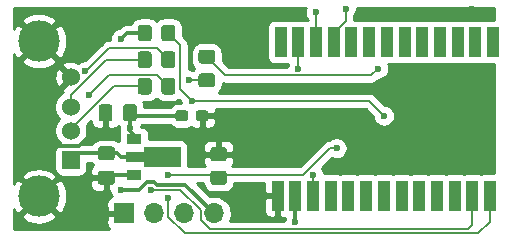
<source format=gbl>
G04 #@! TF.GenerationSoftware,KiCad,Pcbnew,(5.1.10)-1*
G04 #@! TF.CreationDate,2022-05-27T15:53:32+02:00*
G04 #@! TF.ProjectId,USB_RemoteControl_schematic,5553425f-5265-46d6-9f74-65436f6e7472,1*
G04 #@! TF.SameCoordinates,Original*
G04 #@! TF.FileFunction,Copper,L2,Bot*
G04 #@! TF.FilePolarity,Positive*
%FSLAX46Y46*%
G04 Gerber Fmt 4.6, Leading zero omitted, Abs format (unit mm)*
G04 Created by KiCad (PCBNEW (5.1.10)-1) date 2022-05-27 15:53:32*
%MOMM*%
%LPD*%
G01*
G04 APERTURE LIST*
G04 #@! TA.AperFunction,SMDPad,CuDef*
%ADD10R,1.000000X2.524000*%
G04 #@! TD*
G04 #@! TA.AperFunction,ComponentPad*
%ADD11C,3.500000*%
G04 #@! TD*
G04 #@! TA.AperFunction,ComponentPad*
%ADD12C,1.524000*%
G04 #@! TD*
G04 #@! TA.AperFunction,ComponentPad*
%ADD13R,1.524000X1.524000*%
G04 #@! TD*
G04 #@! TA.AperFunction,SMDPad,CuDef*
%ADD14C,0.152400*%
G04 #@! TD*
G04 #@! TA.AperFunction,SMDPad,CuDef*
%ADD15R,1.300000X0.900000*%
G04 #@! TD*
G04 #@! TA.AperFunction,ComponentPad*
%ADD16O,1.700000X1.700000*%
G04 #@! TD*
G04 #@! TA.AperFunction,ComponentPad*
%ADD17R,1.700000X1.700000*%
G04 #@! TD*
G04 #@! TA.AperFunction,ViaPad*
%ADD18C,0.600000*%
G04 #@! TD*
G04 #@! TA.AperFunction,Conductor*
%ADD19C,0.300000*%
G04 #@! TD*
G04 #@! TA.AperFunction,Conductor*
%ADD20C,0.150000*%
G04 #@! TD*
G04 #@! TA.AperFunction,Conductor*
%ADD21C,0.254000*%
G04 #@! TD*
G04 #@! TA.AperFunction,Conductor*
%ADD22C,0.152400*%
G04 #@! TD*
G04 APERTURE END LIST*
D10*
X142000000Y-131500000D03*
X140500000Y-131500000D03*
X139000000Y-131500000D03*
X136000000Y-131500000D03*
X137500000Y-131500000D03*
X134500000Y-131500000D03*
X131500000Y-131500000D03*
X127000000Y-131500000D03*
X125500000Y-131500000D03*
X133000000Y-131500000D03*
X128500000Y-131500000D03*
X130000000Y-131500000D03*
X124000000Y-131500000D03*
X130250000Y-118500000D03*
X128750000Y-118500000D03*
X133250000Y-118500000D03*
X125750000Y-118500000D03*
X127250000Y-118500000D03*
X131750000Y-118500000D03*
X134750000Y-118500000D03*
X137750000Y-118500000D03*
X136250000Y-118500000D03*
X140750000Y-118500000D03*
X139250000Y-118500000D03*
X142250000Y-118500000D03*
X124250000Y-118500000D03*
D11*
X103790000Y-118430000D03*
D12*
X106500000Y-124000000D03*
D13*
X106500000Y-128500000D03*
D11*
X103790000Y-131570000D03*
D12*
X106500000Y-126000000D03*
X106500000Y-121500000D03*
G04 #@! TA.AperFunction,SMDPad,CuDef*
D14*
G36*
X115800000Y-129116500D02*
G01*
X112675000Y-129116500D01*
X112675000Y-128700000D01*
X111200000Y-128700000D01*
X111200000Y-127800000D01*
X112675000Y-127800000D01*
X112675000Y-127383500D01*
X115800000Y-127383500D01*
X115800000Y-129116500D01*
G37*
G04 #@! TD.AperFunction*
D15*
X111850000Y-126750000D03*
X111850000Y-129750000D03*
G04 #@! TA.AperFunction,SMDPad,CuDef*
G36*
G01*
X117075000Y-124987500D02*
X117075000Y-124512500D01*
G75*
G02*
X117312500Y-124275000I237500J0D01*
G01*
X117912500Y-124275000D01*
G75*
G02*
X118150000Y-124512500I0J-237500D01*
G01*
X118150000Y-124987500D01*
G75*
G02*
X117912500Y-125225000I-237500J0D01*
G01*
X117312500Y-125225000D01*
G75*
G02*
X117075000Y-124987500I0J237500D01*
G01*
G37*
G04 #@! TD.AperFunction*
G04 #@! TA.AperFunction,SMDPad,CuDef*
G36*
G01*
X115350000Y-124987500D02*
X115350000Y-124512500D01*
G75*
G02*
X115587500Y-124275000I237500J0D01*
G01*
X116187500Y-124275000D01*
G75*
G02*
X116425000Y-124512500I0J-237500D01*
G01*
X116425000Y-124987500D01*
G75*
G02*
X116187500Y-125225000I-237500J0D01*
G01*
X115587500Y-125225000D01*
G75*
G02*
X115350000Y-124987500I0J237500D01*
G01*
G37*
G04 #@! TD.AperFunction*
G04 #@! TA.AperFunction,SMDPad,CuDef*
G36*
G01*
X114150000Y-118200001D02*
X114150000Y-117299999D01*
G75*
G02*
X114399999Y-117050000I249999J0D01*
G01*
X115100001Y-117050000D01*
G75*
G02*
X115350000Y-117299999I0J-249999D01*
G01*
X115350000Y-118200001D01*
G75*
G02*
X115100001Y-118450000I-249999J0D01*
G01*
X114399999Y-118450000D01*
G75*
G02*
X114150000Y-118200001I0J249999D01*
G01*
G37*
G04 #@! TD.AperFunction*
G04 #@! TA.AperFunction,SMDPad,CuDef*
G36*
G01*
X112150000Y-118200001D02*
X112150000Y-117299999D01*
G75*
G02*
X112399999Y-117050000I249999J0D01*
G01*
X113100001Y-117050000D01*
G75*
G02*
X113350000Y-117299999I0J-249999D01*
G01*
X113350000Y-118200001D01*
G75*
G02*
X113100001Y-118450000I-249999J0D01*
G01*
X112399999Y-118450000D01*
G75*
G02*
X112150000Y-118200001I0J249999D01*
G01*
G37*
G04 #@! TD.AperFunction*
G04 #@! TA.AperFunction,SMDPad,CuDef*
G36*
G01*
X118450001Y-120350000D02*
X117549999Y-120350000D01*
G75*
G02*
X117300000Y-120100001I0J249999D01*
G01*
X117300000Y-119399999D01*
G75*
G02*
X117549999Y-119150000I249999J0D01*
G01*
X118450001Y-119150000D01*
G75*
G02*
X118700000Y-119399999I0J-249999D01*
G01*
X118700000Y-120100001D01*
G75*
G02*
X118450001Y-120350000I-249999J0D01*
G01*
G37*
G04 #@! TD.AperFunction*
G04 #@! TA.AperFunction,SMDPad,CuDef*
G36*
G01*
X118450001Y-122350000D02*
X117549999Y-122350000D01*
G75*
G02*
X117300000Y-122100001I0J249999D01*
G01*
X117300000Y-121399999D01*
G75*
G02*
X117549999Y-121150000I249999J0D01*
G01*
X118450001Y-121150000D01*
G75*
G02*
X118700000Y-121399999I0J-249999D01*
G01*
X118700000Y-122100001D01*
G75*
G02*
X118450001Y-122350000I-249999J0D01*
G01*
G37*
G04 #@! TD.AperFunction*
G04 #@! TA.AperFunction,SMDPad,CuDef*
G36*
G01*
X119450001Y-128600000D02*
X118549999Y-128600000D01*
G75*
G02*
X118300000Y-128350001I0J249999D01*
G01*
X118300000Y-127649999D01*
G75*
G02*
X118549999Y-127400000I249999J0D01*
G01*
X119450001Y-127400000D01*
G75*
G02*
X119700000Y-127649999I0J-249999D01*
G01*
X119700000Y-128350001D01*
G75*
G02*
X119450001Y-128600000I-249999J0D01*
G01*
G37*
G04 #@! TD.AperFunction*
G04 #@! TA.AperFunction,SMDPad,CuDef*
G36*
G01*
X119450001Y-130600000D02*
X118549999Y-130600000D01*
G75*
G02*
X118300000Y-130350001I0J249999D01*
G01*
X118300000Y-129649999D01*
G75*
G02*
X118549999Y-129400000I249999J0D01*
G01*
X119450001Y-129400000D01*
G75*
G02*
X119700000Y-129649999I0J-249999D01*
G01*
X119700000Y-130350001D01*
G75*
G02*
X119450001Y-130600000I-249999J0D01*
G01*
G37*
G04 #@! TD.AperFunction*
G04 #@! TA.AperFunction,SMDPad,CuDef*
G36*
G01*
X113350000Y-121800000D02*
X113350000Y-122700002D01*
G75*
G02*
X113100001Y-122950001I-249999J0D01*
G01*
X112399999Y-122950001D01*
G75*
G02*
X112150000Y-122700002I0J249999D01*
G01*
X112150000Y-121800000D01*
G75*
G02*
X112399999Y-121550001I249999J0D01*
G01*
X113100001Y-121550001D01*
G75*
G02*
X113350000Y-121800000I0J-249999D01*
G01*
G37*
G04 #@! TD.AperFunction*
G04 #@! TA.AperFunction,SMDPad,CuDef*
G36*
G01*
X115350000Y-121800000D02*
X115350000Y-122700002D01*
G75*
G02*
X115100001Y-122950001I-249999J0D01*
G01*
X114399999Y-122950001D01*
G75*
G02*
X114150000Y-122700002I0J249999D01*
G01*
X114150000Y-121800000D01*
G75*
G02*
X114399999Y-121550001I249999J0D01*
G01*
X115100001Y-121550001D01*
G75*
G02*
X115350000Y-121800000I0J-249999D01*
G01*
G37*
G04 #@! TD.AperFunction*
G04 #@! TA.AperFunction,SMDPad,CuDef*
G36*
G01*
X113350000Y-119549999D02*
X113350000Y-120450001D01*
G75*
G02*
X113100001Y-120700000I-249999J0D01*
G01*
X112399999Y-120700000D01*
G75*
G02*
X112150000Y-120450001I0J249999D01*
G01*
X112150000Y-119549999D01*
G75*
G02*
X112399999Y-119300000I249999J0D01*
G01*
X113100001Y-119300000D01*
G75*
G02*
X113350000Y-119549999I0J-249999D01*
G01*
G37*
G04 #@! TD.AperFunction*
G04 #@! TA.AperFunction,SMDPad,CuDef*
G36*
G01*
X115350000Y-119549999D02*
X115350000Y-120450001D01*
G75*
G02*
X115100001Y-120700000I-249999J0D01*
G01*
X114399999Y-120700000D01*
G75*
G02*
X114150000Y-120450001I0J249999D01*
G01*
X114150000Y-119549999D01*
G75*
G02*
X114399999Y-119300000I249999J0D01*
G01*
X115100001Y-119300000D01*
G75*
G02*
X115350000Y-119549999I0J-249999D01*
G01*
G37*
G04 #@! TD.AperFunction*
D16*
X118620000Y-133000000D03*
X116080000Y-133000000D03*
X113540000Y-133000000D03*
D17*
X111000000Y-133000000D03*
G04 #@! TA.AperFunction,SMDPad,CuDef*
G36*
G01*
X110012500Y-124025000D02*
X110012500Y-124975000D01*
G75*
G02*
X109762500Y-125225000I-250000J0D01*
G01*
X109087500Y-125225000D01*
G75*
G02*
X108837500Y-124975000I0J250000D01*
G01*
X108837500Y-124025000D01*
G75*
G02*
X109087500Y-123775000I250000J0D01*
G01*
X109762500Y-123775000D01*
G75*
G02*
X110012500Y-124025000I0J-250000D01*
G01*
G37*
G04 #@! TD.AperFunction*
G04 #@! TA.AperFunction,SMDPad,CuDef*
G36*
G01*
X112087500Y-124025000D02*
X112087500Y-124975000D01*
G75*
G02*
X111837500Y-125225000I-250000J0D01*
G01*
X111162500Y-125225000D01*
G75*
G02*
X110912500Y-124975000I0J250000D01*
G01*
X110912500Y-124025000D01*
G75*
G02*
X111162500Y-123775000I250000J0D01*
G01*
X111837500Y-123775000D01*
G75*
G02*
X112087500Y-124025000I0J-250000D01*
G01*
G37*
G04 #@! TD.AperFunction*
G04 #@! TA.AperFunction,SMDPad,CuDef*
G36*
G01*
X109025000Y-129412500D02*
X109975000Y-129412500D01*
G75*
G02*
X110225000Y-129662500I0J-250000D01*
G01*
X110225000Y-130337500D01*
G75*
G02*
X109975000Y-130587500I-250000J0D01*
G01*
X109025000Y-130587500D01*
G75*
G02*
X108775000Y-130337500I0J250000D01*
G01*
X108775000Y-129662500D01*
G75*
G02*
X109025000Y-129412500I250000J0D01*
G01*
G37*
G04 #@! TD.AperFunction*
G04 #@! TA.AperFunction,SMDPad,CuDef*
G36*
G01*
X109025000Y-127337500D02*
X109975000Y-127337500D01*
G75*
G02*
X110225000Y-127587500I0J-250000D01*
G01*
X110225000Y-128262500D01*
G75*
G02*
X109975000Y-128512500I-250000J0D01*
G01*
X109025000Y-128512500D01*
G75*
G02*
X108775000Y-128262500I0J250000D01*
G01*
X108775000Y-127587500D01*
G75*
G02*
X109025000Y-127337500I250000J0D01*
G01*
G37*
G04 #@! TD.AperFunction*
D18*
X113750000Y-126000000D03*
X140500000Y-115750000D03*
X120750000Y-119500000D03*
X113750000Y-123750000D03*
X105000000Y-127000000D03*
X120750000Y-116250000D03*
X116750000Y-117000000D03*
X121750000Y-122250000D03*
X102750000Y-123000000D03*
X107250000Y-133750000D03*
X121500000Y-132250000D03*
X121250000Y-128500000D03*
X140500000Y-121500000D03*
X138750000Y-125750000D03*
X116000000Y-126250000D03*
X108250000Y-126250000D03*
X138000000Y-121000000D03*
X134000000Y-121000000D03*
X110750000Y-118250000D03*
X111500000Y-125750000D03*
X125500000Y-133750000D03*
X110750000Y-131000000D03*
X116500000Y-121750000D03*
X107718413Y-120968413D03*
X108000000Y-123000000D03*
X114750000Y-129750000D03*
X129000000Y-127500000D03*
X116750000Y-123500000D03*
X133000000Y-124750000D03*
X127250000Y-116000000D03*
X129750000Y-115675000D03*
X125750000Y-120750000D03*
X127000000Y-129750000D03*
X114750000Y-131750000D03*
X113250000Y-131000000D03*
X132500000Y-120750000D03*
D19*
X105299999Y-127299999D02*
X105000000Y-127000000D01*
X107200001Y-127299999D02*
X105299999Y-127299999D01*
X108250000Y-126250000D02*
X107200001Y-127299999D01*
X109750000Y-129750000D02*
X109500000Y-130000000D01*
X111850000Y-129750000D02*
X109750000Y-129750000D01*
X107075000Y-127925000D02*
X106500000Y-128500000D01*
X109500000Y-127925000D02*
X107075000Y-127925000D01*
X109500000Y-127925000D02*
X110425000Y-127925000D01*
X110750000Y-128250000D02*
X111937500Y-128250000D01*
X110425000Y-127925000D02*
X110750000Y-128250000D01*
X111850000Y-126750000D02*
X111850000Y-126350000D01*
X111850000Y-126350000D02*
X111500000Y-126000000D01*
X111750000Y-124750000D02*
X111500000Y-124500000D01*
X115887500Y-124750000D02*
X111750000Y-124750000D01*
X111500000Y-126000000D02*
X111500000Y-125750000D01*
X111500000Y-125750000D02*
X111500000Y-124500000D01*
X125500000Y-131500000D02*
X125500000Y-133750000D01*
X111250000Y-117750000D02*
X110750000Y-118250000D01*
X112750000Y-117750000D02*
X111250000Y-117750000D01*
X112287998Y-131000000D02*
X110750000Y-131000000D01*
X112937999Y-130349999D02*
X112287998Y-131000000D01*
X113562001Y-130349999D02*
X112937999Y-130349999D01*
X113786992Y-130574990D02*
X113562001Y-130349999D01*
X116194990Y-130574990D02*
X113786992Y-130574990D01*
X118620000Y-133000000D02*
X116194990Y-130574990D01*
D20*
X118000000Y-121750000D02*
X116500000Y-121750000D01*
X106500000Y-123000000D02*
X106500000Y-124000000D01*
X109500000Y-120000000D02*
X106500000Y-123000000D01*
X112750000Y-120000000D02*
X109500000Y-120000000D01*
X106500000Y-125870020D02*
X106500000Y-126000000D01*
X112750000Y-122250001D02*
X112750000Y-122250000D01*
X110120019Y-122250001D02*
X106500000Y-125870020D01*
X112750000Y-122250001D02*
X110120019Y-122250001D01*
X113774990Y-119024990D02*
X109725010Y-119024990D01*
X114750000Y-120000000D02*
X113774990Y-119024990D01*
X109725010Y-119024990D02*
X107750000Y-121000000D01*
X107750000Y-121000000D02*
X107718413Y-120968413D01*
X109725009Y-121274991D02*
X108000000Y-123000000D01*
X113774990Y-121274991D02*
X109725009Y-121274991D01*
X114750000Y-122250001D02*
X113774990Y-121274991D01*
X128398998Y-127500000D02*
X129000000Y-127500000D01*
X126148998Y-129750000D02*
X128398998Y-127500000D01*
X118750000Y-129750000D02*
X119000000Y-130000000D01*
X114750000Y-129750000D02*
X118750000Y-129750000D01*
X119250000Y-129750000D02*
X126148998Y-129750000D01*
X119000000Y-130000000D02*
X119250000Y-129750000D01*
X131750000Y-123500000D02*
X133000000Y-124750000D01*
X116750000Y-123500000D02*
X131750000Y-123500000D01*
X115750000Y-118750000D02*
X114750000Y-117750000D01*
X115750000Y-122500000D02*
X115750000Y-118750000D01*
X116750000Y-123500000D02*
X115750000Y-122500000D01*
X127250000Y-118500000D02*
X127250000Y-117088000D01*
X127250000Y-116000000D02*
X127250000Y-118500000D01*
X129750000Y-116742998D02*
X128750000Y-117742998D01*
X128750000Y-117742998D02*
X128750000Y-118500000D01*
X129750000Y-115675000D02*
X129750000Y-116742998D01*
X125750000Y-120750000D02*
X125750000Y-118500000D01*
X127000000Y-131500000D02*
X127000000Y-129750000D01*
X142000000Y-131500000D02*
X142000000Y-133705940D01*
X142000000Y-133705940D02*
X141000000Y-134705940D01*
X141000000Y-134705940D02*
X118955940Y-134705940D01*
X114750000Y-133335002D02*
X114750000Y-131750000D01*
X116120938Y-134705940D02*
X114750000Y-133335002D01*
X118955940Y-134705940D02*
X116120938Y-134705940D01*
X117494999Y-133540001D02*
X118310928Y-134355930D01*
X117494999Y-132749997D02*
X117494999Y-133540001D01*
X115745002Y-131000000D02*
X117494999Y-132749997D01*
X118310928Y-134355930D02*
X140144070Y-134355930D01*
X140500000Y-134000000D02*
X140500000Y-131500000D01*
X140144070Y-134355930D02*
X140500000Y-134000000D01*
X113250000Y-131000000D02*
X115745002Y-131000000D01*
X131924999Y-121325001D02*
X132500000Y-120750000D01*
X119575001Y-121325001D02*
X131924999Y-121325001D01*
X118000000Y-119750000D02*
X119575001Y-121325001D01*
D21*
X126350932Y-115727271D02*
X126315000Y-115907911D01*
X126315000Y-116092089D01*
X126350932Y-116272729D01*
X126421414Y-116442889D01*
X126523738Y-116596028D01*
X126540000Y-116612290D01*
X126540000Y-116638130D01*
X126505820Y-116648498D01*
X126500000Y-116651609D01*
X126494180Y-116648498D01*
X126374482Y-116612188D01*
X126250000Y-116599928D01*
X125250000Y-116599928D01*
X125125518Y-116612188D01*
X125005820Y-116648498D01*
X125000000Y-116651609D01*
X124994180Y-116648498D01*
X124874482Y-116612188D01*
X124750000Y-116599928D01*
X123750000Y-116599928D01*
X123625518Y-116612188D01*
X123505820Y-116648498D01*
X123395506Y-116707463D01*
X123298815Y-116786815D01*
X123219463Y-116883506D01*
X123160498Y-116993820D01*
X123124188Y-117113518D01*
X123111928Y-117238000D01*
X123111928Y-119762000D01*
X123124188Y-119886482D01*
X123160498Y-120006180D01*
X123219463Y-120116494D01*
X123298815Y-120213185D01*
X123395506Y-120292537D01*
X123505820Y-120351502D01*
X123625518Y-120387812D01*
X123750000Y-120400072D01*
X124750000Y-120400072D01*
X124874482Y-120387812D01*
X124889928Y-120383127D01*
X124850932Y-120477271D01*
X124823535Y-120615001D01*
X119869092Y-120615001D01*
X119338072Y-120083981D01*
X119338072Y-119399999D01*
X119321008Y-119226745D01*
X119270472Y-119060149D01*
X119188405Y-118906613D01*
X119077962Y-118772038D01*
X118943387Y-118661595D01*
X118789851Y-118579528D01*
X118623255Y-118528992D01*
X118450001Y-118511928D01*
X117549999Y-118511928D01*
X117376745Y-118528992D01*
X117210149Y-118579528D01*
X117056613Y-118661595D01*
X116922038Y-118772038D01*
X116811595Y-118906613D01*
X116729528Y-119060149D01*
X116678992Y-119226745D01*
X116661928Y-119399999D01*
X116661928Y-120100001D01*
X116678992Y-120273255D01*
X116729528Y-120439851D01*
X116811595Y-120593387D01*
X116922038Y-120727962D01*
X116948891Y-120750000D01*
X116922038Y-120772038D01*
X116835838Y-120877073D01*
X116772729Y-120850932D01*
X116592089Y-120815000D01*
X116460000Y-120815000D01*
X116460000Y-118784877D01*
X116463435Y-118750000D01*
X116449727Y-118610815D01*
X116409128Y-118476980D01*
X116384974Y-118431791D01*
X116343200Y-118353637D01*
X116254475Y-118245525D01*
X116227379Y-118223288D01*
X115988072Y-117983981D01*
X115988072Y-117299999D01*
X115971008Y-117126745D01*
X115920472Y-116960149D01*
X115838405Y-116806613D01*
X115727962Y-116672038D01*
X115593387Y-116561595D01*
X115439851Y-116479528D01*
X115273255Y-116428992D01*
X115100001Y-116411928D01*
X114399999Y-116411928D01*
X114226745Y-116428992D01*
X114060149Y-116479528D01*
X113906613Y-116561595D01*
X113772038Y-116672038D01*
X113750000Y-116698891D01*
X113727962Y-116672038D01*
X113593387Y-116561595D01*
X113439851Y-116479528D01*
X113273255Y-116428992D01*
X113100001Y-116411928D01*
X112399999Y-116411928D01*
X112226745Y-116428992D01*
X112060149Y-116479528D01*
X111906613Y-116561595D01*
X111772038Y-116672038D01*
X111661595Y-116806613D01*
X111579528Y-116960149D01*
X111578056Y-116965000D01*
X111288556Y-116965000D01*
X111250000Y-116961203D01*
X111211444Y-116965000D01*
X111211439Y-116965000D01*
X111171026Y-116968980D01*
X111096113Y-116976358D01*
X110965374Y-117016018D01*
X110948140Y-117021246D01*
X110811767Y-117094138D01*
X110692236Y-117192236D01*
X110667649Y-117222195D01*
X110554218Y-117335626D01*
X110477271Y-117350932D01*
X110307111Y-117421414D01*
X110153972Y-117523738D01*
X110023738Y-117653972D01*
X109921414Y-117807111D01*
X109850932Y-117977271D01*
X109815000Y-118157911D01*
X109815000Y-118314990D01*
X109759885Y-118314990D01*
X109725010Y-118311555D01*
X109690135Y-118314990D01*
X109690133Y-118314990D01*
X109585826Y-118325263D01*
X109451990Y-118365862D01*
X109328647Y-118431790D01*
X109220535Y-118520515D01*
X109198302Y-118547606D01*
X107712496Y-120033413D01*
X107626324Y-120033413D01*
X107445684Y-120069345D01*
X107275524Y-120139827D01*
X107122385Y-120242151D01*
X107117779Y-120246757D01*
X106969952Y-120177244D01*
X106702865Y-120110977D01*
X106427983Y-120098090D01*
X106155867Y-120139078D01*
X105896977Y-120232364D01*
X105781020Y-120294344D01*
X105714040Y-120534435D01*
X106500000Y-121320395D01*
X106514143Y-121306253D01*
X106693748Y-121485858D01*
X106679605Y-121500000D01*
X106693748Y-121514143D01*
X106514143Y-121693748D01*
X106500000Y-121679605D01*
X105714040Y-122465565D01*
X105781020Y-122705656D01*
X105839062Y-122732949D01*
X105828211Y-122768718D01*
X105609465Y-122914880D01*
X105414880Y-123109465D01*
X105261995Y-123338273D01*
X105156686Y-123592510D01*
X105103000Y-123862408D01*
X105103000Y-124137592D01*
X105156686Y-124407490D01*
X105261995Y-124661727D01*
X105414880Y-124890535D01*
X105524345Y-125000000D01*
X105414880Y-125109465D01*
X105261995Y-125338273D01*
X105156686Y-125592510D01*
X105103000Y-125862408D01*
X105103000Y-126137592D01*
X105156686Y-126407490D01*
X105261995Y-126661727D01*
X105414880Y-126890535D01*
X105609465Y-127085120D01*
X105645292Y-127109059D01*
X105613518Y-127112188D01*
X105493820Y-127148498D01*
X105383506Y-127207463D01*
X105286815Y-127286815D01*
X105207463Y-127383506D01*
X105148498Y-127493820D01*
X105112188Y-127613518D01*
X105099928Y-127738000D01*
X105099928Y-129262000D01*
X105112188Y-129386482D01*
X105148498Y-129506180D01*
X105207463Y-129616494D01*
X105286815Y-129713185D01*
X105383506Y-129792537D01*
X105493820Y-129851502D01*
X105613518Y-129887812D01*
X105738000Y-129900072D01*
X107262000Y-129900072D01*
X107386482Y-129887812D01*
X107506180Y-129851502D01*
X107616494Y-129792537D01*
X107713185Y-129713185D01*
X107792537Y-129616494D01*
X107851502Y-129506180D01*
X107887812Y-129386482D01*
X107900072Y-129262000D01*
X107900072Y-128710000D01*
X108262068Y-128710000D01*
X108286595Y-128755886D01*
X108397038Y-128890462D01*
X108403594Y-128895842D01*
X108323815Y-128961315D01*
X108244463Y-129058006D01*
X108185498Y-129168320D01*
X108149188Y-129288018D01*
X108136928Y-129412500D01*
X108140000Y-129714250D01*
X108298750Y-129873000D01*
X109373000Y-129873000D01*
X109373000Y-129853000D01*
X109627000Y-129853000D01*
X109627000Y-129873000D01*
X109647000Y-129873000D01*
X109647000Y-130127000D01*
X109627000Y-130127000D01*
X109627000Y-131063750D01*
X109785750Y-131222500D01*
X109841018Y-131222887D01*
X109850932Y-131272729D01*
X109921414Y-131442889D01*
X109984126Y-131536744D01*
X109905820Y-131560498D01*
X109795506Y-131619463D01*
X109698815Y-131698815D01*
X109619463Y-131795506D01*
X109560498Y-131905820D01*
X109524188Y-132025518D01*
X109511928Y-132150000D01*
X109515000Y-132714250D01*
X109673750Y-132873000D01*
X110873000Y-132873000D01*
X110873000Y-132853000D01*
X111127000Y-132853000D01*
X111127000Y-132873000D01*
X111147000Y-132873000D01*
X111147000Y-133127000D01*
X111127000Y-133127000D01*
X111127000Y-133147000D01*
X110873000Y-133147000D01*
X110873000Y-133127000D01*
X109673750Y-133127000D01*
X109515000Y-133285750D01*
X109511928Y-133850000D01*
X109524188Y-133974482D01*
X109560498Y-134094180D01*
X109619463Y-134204494D01*
X109698815Y-134301185D01*
X109753361Y-134345950D01*
X101654050Y-134345950D01*
X101654050Y-133239609D01*
X102299997Y-133239609D01*
X102486073Y-133580766D01*
X102903409Y-133796513D01*
X103354815Y-133926696D01*
X103822946Y-133966313D01*
X104289811Y-133913842D01*
X104737468Y-133771297D01*
X105093927Y-133580766D01*
X105280003Y-133239609D01*
X103790000Y-131749605D01*
X102299997Y-133239609D01*
X101654050Y-133239609D01*
X101654050Y-132639724D01*
X101779234Y-132873927D01*
X102120391Y-133060003D01*
X103610395Y-131570000D01*
X103969605Y-131570000D01*
X105459609Y-133060003D01*
X105800766Y-132873927D01*
X106016513Y-132456591D01*
X106146696Y-132005185D01*
X106186313Y-131537054D01*
X106133842Y-131070189D01*
X105991297Y-130622532D01*
X105972573Y-130587500D01*
X108136928Y-130587500D01*
X108149188Y-130711982D01*
X108185498Y-130831680D01*
X108244463Y-130941994D01*
X108323815Y-131038685D01*
X108420506Y-131118037D01*
X108530820Y-131177002D01*
X108650518Y-131213312D01*
X108775000Y-131225572D01*
X109214250Y-131222500D01*
X109373000Y-131063750D01*
X109373000Y-130127000D01*
X108298750Y-130127000D01*
X108140000Y-130285750D01*
X108136928Y-130587500D01*
X105972573Y-130587500D01*
X105800766Y-130266073D01*
X105459609Y-130079997D01*
X103969605Y-131570000D01*
X103610395Y-131570000D01*
X102120391Y-130079997D01*
X101779234Y-130266073D01*
X101654050Y-130508226D01*
X101654050Y-129900391D01*
X102299997Y-129900391D01*
X103790000Y-131390395D01*
X105280003Y-129900391D01*
X105093927Y-129559234D01*
X104676591Y-129343487D01*
X104225185Y-129213304D01*
X103757054Y-129173687D01*
X103290189Y-129226158D01*
X102842532Y-129368703D01*
X102486073Y-129559234D01*
X102299997Y-129900391D01*
X101654050Y-129900391D01*
X101654050Y-121572017D01*
X105098090Y-121572017D01*
X105139078Y-121844133D01*
X105232364Y-122103023D01*
X105294344Y-122218980D01*
X105534435Y-122285960D01*
X106320395Y-121500000D01*
X105534435Y-120714040D01*
X105294344Y-120781020D01*
X105177244Y-121030048D01*
X105110977Y-121297135D01*
X105098090Y-121572017D01*
X101654050Y-121572017D01*
X101654050Y-120099609D01*
X102299997Y-120099609D01*
X102486073Y-120440766D01*
X102903409Y-120656513D01*
X103354815Y-120786696D01*
X103822946Y-120826313D01*
X104289811Y-120773842D01*
X104737468Y-120631297D01*
X105093927Y-120440766D01*
X105280003Y-120099609D01*
X103790000Y-118609605D01*
X102299997Y-120099609D01*
X101654050Y-120099609D01*
X101654050Y-119499724D01*
X101779234Y-119733927D01*
X102120391Y-119920003D01*
X103610395Y-118430000D01*
X103969605Y-118430000D01*
X105459609Y-119920003D01*
X105800766Y-119733927D01*
X106016513Y-119316591D01*
X106146696Y-118865185D01*
X106186313Y-118397054D01*
X106133842Y-117930189D01*
X105991297Y-117482532D01*
X105800766Y-117126073D01*
X105459609Y-116939997D01*
X103969605Y-118430000D01*
X103610395Y-118430000D01*
X102120391Y-116939997D01*
X101779234Y-117126073D01*
X101654050Y-117368226D01*
X101654050Y-116760391D01*
X102299997Y-116760391D01*
X103790000Y-118250395D01*
X105280003Y-116760391D01*
X105093927Y-116419234D01*
X104676591Y-116203487D01*
X104225185Y-116073304D01*
X103757054Y-116033687D01*
X103290189Y-116086158D01*
X102842532Y-116228703D01*
X102486073Y-116419234D01*
X102299997Y-116760391D01*
X101654050Y-116760391D01*
X101654050Y-115654050D01*
X126381261Y-115654050D01*
X126350932Y-115727271D01*
G04 #@! TA.AperFunction,Conductor*
D22*
G36*
X126350932Y-115727271D02*
G01*
X126315000Y-115907911D01*
X126315000Y-116092089D01*
X126350932Y-116272729D01*
X126421414Y-116442889D01*
X126523738Y-116596028D01*
X126540000Y-116612290D01*
X126540000Y-116638130D01*
X126505820Y-116648498D01*
X126500000Y-116651609D01*
X126494180Y-116648498D01*
X126374482Y-116612188D01*
X126250000Y-116599928D01*
X125250000Y-116599928D01*
X125125518Y-116612188D01*
X125005820Y-116648498D01*
X125000000Y-116651609D01*
X124994180Y-116648498D01*
X124874482Y-116612188D01*
X124750000Y-116599928D01*
X123750000Y-116599928D01*
X123625518Y-116612188D01*
X123505820Y-116648498D01*
X123395506Y-116707463D01*
X123298815Y-116786815D01*
X123219463Y-116883506D01*
X123160498Y-116993820D01*
X123124188Y-117113518D01*
X123111928Y-117238000D01*
X123111928Y-119762000D01*
X123124188Y-119886482D01*
X123160498Y-120006180D01*
X123219463Y-120116494D01*
X123298815Y-120213185D01*
X123395506Y-120292537D01*
X123505820Y-120351502D01*
X123625518Y-120387812D01*
X123750000Y-120400072D01*
X124750000Y-120400072D01*
X124874482Y-120387812D01*
X124889928Y-120383127D01*
X124850932Y-120477271D01*
X124823535Y-120615001D01*
X119869092Y-120615001D01*
X119338072Y-120083981D01*
X119338072Y-119399999D01*
X119321008Y-119226745D01*
X119270472Y-119060149D01*
X119188405Y-118906613D01*
X119077962Y-118772038D01*
X118943387Y-118661595D01*
X118789851Y-118579528D01*
X118623255Y-118528992D01*
X118450001Y-118511928D01*
X117549999Y-118511928D01*
X117376745Y-118528992D01*
X117210149Y-118579528D01*
X117056613Y-118661595D01*
X116922038Y-118772038D01*
X116811595Y-118906613D01*
X116729528Y-119060149D01*
X116678992Y-119226745D01*
X116661928Y-119399999D01*
X116661928Y-120100001D01*
X116678992Y-120273255D01*
X116729528Y-120439851D01*
X116811595Y-120593387D01*
X116922038Y-120727962D01*
X116948891Y-120750000D01*
X116922038Y-120772038D01*
X116835838Y-120877073D01*
X116772729Y-120850932D01*
X116592089Y-120815000D01*
X116460000Y-120815000D01*
X116460000Y-118784877D01*
X116463435Y-118750000D01*
X116449727Y-118610815D01*
X116409128Y-118476980D01*
X116384974Y-118431791D01*
X116343200Y-118353637D01*
X116254475Y-118245525D01*
X116227379Y-118223288D01*
X115988072Y-117983981D01*
X115988072Y-117299999D01*
X115971008Y-117126745D01*
X115920472Y-116960149D01*
X115838405Y-116806613D01*
X115727962Y-116672038D01*
X115593387Y-116561595D01*
X115439851Y-116479528D01*
X115273255Y-116428992D01*
X115100001Y-116411928D01*
X114399999Y-116411928D01*
X114226745Y-116428992D01*
X114060149Y-116479528D01*
X113906613Y-116561595D01*
X113772038Y-116672038D01*
X113750000Y-116698891D01*
X113727962Y-116672038D01*
X113593387Y-116561595D01*
X113439851Y-116479528D01*
X113273255Y-116428992D01*
X113100001Y-116411928D01*
X112399999Y-116411928D01*
X112226745Y-116428992D01*
X112060149Y-116479528D01*
X111906613Y-116561595D01*
X111772038Y-116672038D01*
X111661595Y-116806613D01*
X111579528Y-116960149D01*
X111578056Y-116965000D01*
X111288556Y-116965000D01*
X111250000Y-116961203D01*
X111211444Y-116965000D01*
X111211439Y-116965000D01*
X111171026Y-116968980D01*
X111096113Y-116976358D01*
X110965374Y-117016018D01*
X110948140Y-117021246D01*
X110811767Y-117094138D01*
X110692236Y-117192236D01*
X110667649Y-117222195D01*
X110554218Y-117335626D01*
X110477271Y-117350932D01*
X110307111Y-117421414D01*
X110153972Y-117523738D01*
X110023738Y-117653972D01*
X109921414Y-117807111D01*
X109850932Y-117977271D01*
X109815000Y-118157911D01*
X109815000Y-118314990D01*
X109759885Y-118314990D01*
X109725010Y-118311555D01*
X109690135Y-118314990D01*
X109690133Y-118314990D01*
X109585826Y-118325263D01*
X109451990Y-118365862D01*
X109328647Y-118431790D01*
X109220535Y-118520515D01*
X109198302Y-118547606D01*
X107712496Y-120033413D01*
X107626324Y-120033413D01*
X107445684Y-120069345D01*
X107275524Y-120139827D01*
X107122385Y-120242151D01*
X107117779Y-120246757D01*
X106969952Y-120177244D01*
X106702865Y-120110977D01*
X106427983Y-120098090D01*
X106155867Y-120139078D01*
X105896977Y-120232364D01*
X105781020Y-120294344D01*
X105714040Y-120534435D01*
X106500000Y-121320395D01*
X106514143Y-121306253D01*
X106693748Y-121485858D01*
X106679605Y-121500000D01*
X106693748Y-121514143D01*
X106514143Y-121693748D01*
X106500000Y-121679605D01*
X105714040Y-122465565D01*
X105781020Y-122705656D01*
X105839062Y-122732949D01*
X105828211Y-122768718D01*
X105609465Y-122914880D01*
X105414880Y-123109465D01*
X105261995Y-123338273D01*
X105156686Y-123592510D01*
X105103000Y-123862408D01*
X105103000Y-124137592D01*
X105156686Y-124407490D01*
X105261995Y-124661727D01*
X105414880Y-124890535D01*
X105524345Y-125000000D01*
X105414880Y-125109465D01*
X105261995Y-125338273D01*
X105156686Y-125592510D01*
X105103000Y-125862408D01*
X105103000Y-126137592D01*
X105156686Y-126407490D01*
X105261995Y-126661727D01*
X105414880Y-126890535D01*
X105609465Y-127085120D01*
X105645292Y-127109059D01*
X105613518Y-127112188D01*
X105493820Y-127148498D01*
X105383506Y-127207463D01*
X105286815Y-127286815D01*
X105207463Y-127383506D01*
X105148498Y-127493820D01*
X105112188Y-127613518D01*
X105099928Y-127738000D01*
X105099928Y-129262000D01*
X105112188Y-129386482D01*
X105148498Y-129506180D01*
X105207463Y-129616494D01*
X105286815Y-129713185D01*
X105383506Y-129792537D01*
X105493820Y-129851502D01*
X105613518Y-129887812D01*
X105738000Y-129900072D01*
X107262000Y-129900072D01*
X107386482Y-129887812D01*
X107506180Y-129851502D01*
X107616494Y-129792537D01*
X107713185Y-129713185D01*
X107792537Y-129616494D01*
X107851502Y-129506180D01*
X107887812Y-129386482D01*
X107900072Y-129262000D01*
X107900072Y-128710000D01*
X108262068Y-128710000D01*
X108286595Y-128755886D01*
X108397038Y-128890462D01*
X108403594Y-128895842D01*
X108323815Y-128961315D01*
X108244463Y-129058006D01*
X108185498Y-129168320D01*
X108149188Y-129288018D01*
X108136928Y-129412500D01*
X108140000Y-129714250D01*
X108298750Y-129873000D01*
X109373000Y-129873000D01*
X109373000Y-129853000D01*
X109627000Y-129853000D01*
X109627000Y-129873000D01*
X109647000Y-129873000D01*
X109647000Y-130127000D01*
X109627000Y-130127000D01*
X109627000Y-131063750D01*
X109785750Y-131222500D01*
X109841018Y-131222887D01*
X109850932Y-131272729D01*
X109921414Y-131442889D01*
X109984126Y-131536744D01*
X109905820Y-131560498D01*
X109795506Y-131619463D01*
X109698815Y-131698815D01*
X109619463Y-131795506D01*
X109560498Y-131905820D01*
X109524188Y-132025518D01*
X109511928Y-132150000D01*
X109515000Y-132714250D01*
X109673750Y-132873000D01*
X110873000Y-132873000D01*
X110873000Y-132853000D01*
X111127000Y-132853000D01*
X111127000Y-132873000D01*
X111147000Y-132873000D01*
X111147000Y-133127000D01*
X111127000Y-133127000D01*
X111127000Y-133147000D01*
X110873000Y-133147000D01*
X110873000Y-133127000D01*
X109673750Y-133127000D01*
X109515000Y-133285750D01*
X109511928Y-133850000D01*
X109524188Y-133974482D01*
X109560498Y-134094180D01*
X109619463Y-134204494D01*
X109698815Y-134301185D01*
X109753361Y-134345950D01*
X101654050Y-134345950D01*
X101654050Y-133239609D01*
X102299997Y-133239609D01*
X102486073Y-133580766D01*
X102903409Y-133796513D01*
X103354815Y-133926696D01*
X103822946Y-133966313D01*
X104289811Y-133913842D01*
X104737468Y-133771297D01*
X105093927Y-133580766D01*
X105280003Y-133239609D01*
X103790000Y-131749605D01*
X102299997Y-133239609D01*
X101654050Y-133239609D01*
X101654050Y-132639724D01*
X101779234Y-132873927D01*
X102120391Y-133060003D01*
X103610395Y-131570000D01*
X103969605Y-131570000D01*
X105459609Y-133060003D01*
X105800766Y-132873927D01*
X106016513Y-132456591D01*
X106146696Y-132005185D01*
X106186313Y-131537054D01*
X106133842Y-131070189D01*
X105991297Y-130622532D01*
X105972573Y-130587500D01*
X108136928Y-130587500D01*
X108149188Y-130711982D01*
X108185498Y-130831680D01*
X108244463Y-130941994D01*
X108323815Y-131038685D01*
X108420506Y-131118037D01*
X108530820Y-131177002D01*
X108650518Y-131213312D01*
X108775000Y-131225572D01*
X109214250Y-131222500D01*
X109373000Y-131063750D01*
X109373000Y-130127000D01*
X108298750Y-130127000D01*
X108140000Y-130285750D01*
X108136928Y-130587500D01*
X105972573Y-130587500D01*
X105800766Y-130266073D01*
X105459609Y-130079997D01*
X103969605Y-131570000D01*
X103610395Y-131570000D01*
X102120391Y-130079997D01*
X101779234Y-130266073D01*
X101654050Y-130508226D01*
X101654050Y-129900391D01*
X102299997Y-129900391D01*
X103790000Y-131390395D01*
X105280003Y-129900391D01*
X105093927Y-129559234D01*
X104676591Y-129343487D01*
X104225185Y-129213304D01*
X103757054Y-129173687D01*
X103290189Y-129226158D01*
X102842532Y-129368703D01*
X102486073Y-129559234D01*
X102299997Y-129900391D01*
X101654050Y-129900391D01*
X101654050Y-121572017D01*
X105098090Y-121572017D01*
X105139078Y-121844133D01*
X105232364Y-122103023D01*
X105294344Y-122218980D01*
X105534435Y-122285960D01*
X106320395Y-121500000D01*
X105534435Y-120714040D01*
X105294344Y-120781020D01*
X105177244Y-121030048D01*
X105110977Y-121297135D01*
X105098090Y-121572017D01*
X101654050Y-121572017D01*
X101654050Y-120099609D01*
X102299997Y-120099609D01*
X102486073Y-120440766D01*
X102903409Y-120656513D01*
X103354815Y-120786696D01*
X103822946Y-120826313D01*
X104289811Y-120773842D01*
X104737468Y-120631297D01*
X105093927Y-120440766D01*
X105280003Y-120099609D01*
X103790000Y-118609605D01*
X102299997Y-120099609D01*
X101654050Y-120099609D01*
X101654050Y-119499724D01*
X101779234Y-119733927D01*
X102120391Y-119920003D01*
X103610395Y-118430000D01*
X103969605Y-118430000D01*
X105459609Y-119920003D01*
X105800766Y-119733927D01*
X106016513Y-119316591D01*
X106146696Y-118865185D01*
X106186313Y-118397054D01*
X106133842Y-117930189D01*
X105991297Y-117482532D01*
X105800766Y-117126073D01*
X105459609Y-116939997D01*
X103969605Y-118430000D01*
X103610395Y-118430000D01*
X102120391Y-116939997D01*
X101779234Y-117126073D01*
X101654050Y-117368226D01*
X101654050Y-116760391D01*
X102299997Y-116760391D01*
X103790000Y-118250395D01*
X105280003Y-116760391D01*
X105093927Y-116419234D01*
X104676591Y-116203487D01*
X104225185Y-116073304D01*
X103757054Y-116033687D01*
X103290189Y-116086158D01*
X102842532Y-116228703D01*
X102486073Y-116419234D01*
X102299997Y-116760391D01*
X101654050Y-116760391D01*
X101654050Y-115654050D01*
X126381261Y-115654050D01*
X126350932Y-115727271D01*
G37*
G04 #@! TD.AperFunction*
D21*
X117678992Y-130523255D02*
X117729528Y-130689851D01*
X117811595Y-130843387D01*
X117922038Y-130977962D01*
X118056613Y-131088405D01*
X118210149Y-131170472D01*
X118376745Y-131221008D01*
X118549999Y-131238072D01*
X119450001Y-131238072D01*
X119623255Y-131221008D01*
X119789851Y-131170472D01*
X119943387Y-131088405D01*
X120077962Y-130977962D01*
X120188405Y-130843387D01*
X120270472Y-130689851D01*
X120321008Y-130523255D01*
X120327238Y-130460000D01*
X122862627Y-130460000D01*
X122865000Y-131214250D01*
X123023750Y-131373000D01*
X123873000Y-131373000D01*
X123873000Y-131353000D01*
X124127000Y-131353000D01*
X124127000Y-131373000D01*
X124147000Y-131373000D01*
X124147000Y-131627000D01*
X124127000Y-131627000D01*
X124127000Y-133238250D01*
X124285750Y-133397000D01*
X124500000Y-133400072D01*
X124624482Y-133387812D01*
X124639928Y-133383127D01*
X124600932Y-133477271D01*
X124567383Y-133645930D01*
X119959799Y-133645930D01*
X120047932Y-133433158D01*
X120105000Y-133146260D01*
X120105000Y-132853740D01*
X120086752Y-132762000D01*
X122861928Y-132762000D01*
X122874188Y-132886482D01*
X122910498Y-133006180D01*
X122969463Y-133116494D01*
X123048815Y-133213185D01*
X123145506Y-133292537D01*
X123255820Y-133351502D01*
X123375518Y-133387812D01*
X123500000Y-133400072D01*
X123714250Y-133397000D01*
X123873000Y-133238250D01*
X123873000Y-131627000D01*
X123023750Y-131627000D01*
X122865000Y-131785750D01*
X122861928Y-132762000D01*
X120086752Y-132762000D01*
X120047932Y-132566842D01*
X119935990Y-132296589D01*
X119773475Y-132053368D01*
X119566632Y-131846525D01*
X119323411Y-131684010D01*
X119053158Y-131572068D01*
X118766260Y-131515000D01*
X118473740Y-131515000D01*
X118283082Y-131552925D01*
X117190157Y-130460000D01*
X117672762Y-130460000D01*
X117678992Y-130523255D01*
G04 #@! TA.AperFunction,Conductor*
D22*
G36*
X117678992Y-130523255D02*
G01*
X117729528Y-130689851D01*
X117811595Y-130843387D01*
X117922038Y-130977962D01*
X118056613Y-131088405D01*
X118210149Y-131170472D01*
X118376745Y-131221008D01*
X118549999Y-131238072D01*
X119450001Y-131238072D01*
X119623255Y-131221008D01*
X119789851Y-131170472D01*
X119943387Y-131088405D01*
X120077962Y-130977962D01*
X120188405Y-130843387D01*
X120270472Y-130689851D01*
X120321008Y-130523255D01*
X120327238Y-130460000D01*
X122862627Y-130460000D01*
X122865000Y-131214250D01*
X123023750Y-131373000D01*
X123873000Y-131373000D01*
X123873000Y-131353000D01*
X124127000Y-131353000D01*
X124127000Y-131373000D01*
X124147000Y-131373000D01*
X124147000Y-131627000D01*
X124127000Y-131627000D01*
X124127000Y-133238250D01*
X124285750Y-133397000D01*
X124500000Y-133400072D01*
X124624482Y-133387812D01*
X124639928Y-133383127D01*
X124600932Y-133477271D01*
X124567383Y-133645930D01*
X119959799Y-133645930D01*
X120047932Y-133433158D01*
X120105000Y-133146260D01*
X120105000Y-132853740D01*
X120086752Y-132762000D01*
X122861928Y-132762000D01*
X122874188Y-132886482D01*
X122910498Y-133006180D01*
X122969463Y-133116494D01*
X123048815Y-133213185D01*
X123145506Y-133292537D01*
X123255820Y-133351502D01*
X123375518Y-133387812D01*
X123500000Y-133400072D01*
X123714250Y-133397000D01*
X123873000Y-133238250D01*
X123873000Y-131627000D01*
X123023750Y-131627000D01*
X122865000Y-131785750D01*
X122861928Y-132762000D01*
X120086752Y-132762000D01*
X120047932Y-132566842D01*
X119935990Y-132296589D01*
X119773475Y-132053368D01*
X119566632Y-131846525D01*
X119323411Y-131684010D01*
X119053158Y-131572068D01*
X118766260Y-131515000D01*
X118473740Y-131515000D01*
X118283082Y-131552925D01*
X117190157Y-130460000D01*
X117672762Y-130460000D01*
X117678992Y-130523255D01*
G37*
G04 #@! TD.AperFunction*
D21*
X111977000Y-129623000D02*
X111997000Y-129623000D01*
X111997000Y-129877000D01*
X111977000Y-129877000D01*
X111977000Y-129897000D01*
X111723000Y-129897000D01*
X111723000Y-129877000D01*
X111703000Y-129877000D01*
X111703000Y-129623000D01*
X111723000Y-129623000D01*
X111723000Y-129603000D01*
X111977000Y-129603000D01*
X111977000Y-129623000D01*
G04 #@! TA.AperFunction,Conductor*
D22*
G36*
X111977000Y-129623000D02*
G01*
X111997000Y-129623000D01*
X111997000Y-129877000D01*
X111977000Y-129877000D01*
X111977000Y-129897000D01*
X111723000Y-129897000D01*
X111723000Y-129877000D01*
X111703000Y-129877000D01*
X111703000Y-129623000D01*
X111723000Y-129623000D01*
X111723000Y-129603000D01*
X111977000Y-129603000D01*
X111977000Y-129623000D01*
G37*
G04 #@! TD.AperFunction*
D21*
X141505820Y-120351502D02*
X141625518Y-120387812D01*
X141750000Y-120400072D01*
X142345951Y-120400072D01*
X142345950Y-129599928D01*
X141500000Y-129599928D01*
X141375518Y-129612188D01*
X141255820Y-129648498D01*
X141250000Y-129651609D01*
X141244180Y-129648498D01*
X141124482Y-129612188D01*
X141000000Y-129599928D01*
X140000000Y-129599928D01*
X139875518Y-129612188D01*
X139755820Y-129648498D01*
X139750000Y-129651609D01*
X139744180Y-129648498D01*
X139624482Y-129612188D01*
X139500000Y-129599928D01*
X138500000Y-129599928D01*
X138375518Y-129612188D01*
X138255820Y-129648498D01*
X138250000Y-129651609D01*
X138244180Y-129648498D01*
X138124482Y-129612188D01*
X138000000Y-129599928D01*
X137000000Y-129599928D01*
X136875518Y-129612188D01*
X136755820Y-129648498D01*
X136750000Y-129651609D01*
X136744180Y-129648498D01*
X136624482Y-129612188D01*
X136500000Y-129599928D01*
X135500000Y-129599928D01*
X135375518Y-129612188D01*
X135255820Y-129648498D01*
X135250000Y-129651609D01*
X135244180Y-129648498D01*
X135124482Y-129612188D01*
X135000000Y-129599928D01*
X134000000Y-129599928D01*
X133875518Y-129612188D01*
X133755820Y-129648498D01*
X133750000Y-129651609D01*
X133744180Y-129648498D01*
X133624482Y-129612188D01*
X133500000Y-129599928D01*
X132500000Y-129599928D01*
X132375518Y-129612188D01*
X132255820Y-129648498D01*
X132250000Y-129651609D01*
X132244180Y-129648498D01*
X132124482Y-129612188D01*
X132000000Y-129599928D01*
X131000000Y-129599928D01*
X130875518Y-129612188D01*
X130755820Y-129648498D01*
X130750000Y-129651609D01*
X130744180Y-129648498D01*
X130624482Y-129612188D01*
X130500000Y-129599928D01*
X129500000Y-129599928D01*
X129375518Y-129612188D01*
X129255820Y-129648498D01*
X129250000Y-129651609D01*
X129244180Y-129648498D01*
X129124482Y-129612188D01*
X129000000Y-129599928D01*
X128000000Y-129599928D01*
X127924937Y-129607321D01*
X127899068Y-129477271D01*
X127828586Y-129307111D01*
X127735416Y-129167673D01*
X128569409Y-128333680D01*
X128727271Y-128399068D01*
X128907911Y-128435000D01*
X129092089Y-128435000D01*
X129272729Y-128399068D01*
X129442889Y-128328586D01*
X129596028Y-128226262D01*
X129726262Y-128096028D01*
X129828586Y-127942889D01*
X129899068Y-127772729D01*
X129935000Y-127592089D01*
X129935000Y-127407911D01*
X129899068Y-127227271D01*
X129828586Y-127057111D01*
X129726262Y-126903972D01*
X129596028Y-126773738D01*
X129442889Y-126671414D01*
X129272729Y-126600932D01*
X129092089Y-126565000D01*
X128907911Y-126565000D01*
X128727271Y-126600932D01*
X128557111Y-126671414D01*
X128403972Y-126773738D01*
X128390287Y-126787423D01*
X128259813Y-126800273D01*
X128125978Y-126840872D01*
X128002635Y-126906800D01*
X127894523Y-126995525D01*
X127872286Y-127022621D01*
X125854907Y-129040000D01*
X120160364Y-129040000D01*
X120230537Y-128954494D01*
X120289502Y-128844180D01*
X120325812Y-128724482D01*
X120338072Y-128600000D01*
X120335000Y-128285750D01*
X120176250Y-128127000D01*
X119127000Y-128127000D01*
X119127000Y-128147000D01*
X118873000Y-128147000D01*
X118873000Y-128127000D01*
X117823750Y-128127000D01*
X117665000Y-128285750D01*
X117661928Y-128600000D01*
X117674188Y-128724482D01*
X117710498Y-128844180D01*
X117769463Y-128954494D01*
X117839636Y-129040000D01*
X116438072Y-129040000D01*
X116438072Y-127400000D01*
X117661928Y-127400000D01*
X117665000Y-127714250D01*
X117823750Y-127873000D01*
X118873000Y-127873000D01*
X118873000Y-126923750D01*
X119127000Y-126923750D01*
X119127000Y-127873000D01*
X120176250Y-127873000D01*
X120335000Y-127714250D01*
X120338072Y-127400000D01*
X120325812Y-127275518D01*
X120289502Y-127155820D01*
X120230537Y-127045506D01*
X120151185Y-126948815D01*
X120054494Y-126869463D01*
X119944180Y-126810498D01*
X119824482Y-126774188D01*
X119700000Y-126761928D01*
X119285750Y-126765000D01*
X119127000Y-126923750D01*
X118873000Y-126923750D01*
X118714250Y-126765000D01*
X118300000Y-126761928D01*
X118175518Y-126774188D01*
X118055820Y-126810498D01*
X117945506Y-126869463D01*
X117848815Y-126948815D01*
X117769463Y-127045506D01*
X117710498Y-127155820D01*
X117674188Y-127275518D01*
X117661928Y-127400000D01*
X116438072Y-127400000D01*
X116438072Y-127383500D01*
X116425812Y-127259018D01*
X116389502Y-127139320D01*
X116330537Y-127029006D01*
X116251185Y-126932315D01*
X116154494Y-126852963D01*
X116044180Y-126793998D01*
X115924482Y-126757688D01*
X115800000Y-126745428D01*
X113138072Y-126745428D01*
X113138072Y-126300000D01*
X113125812Y-126175518D01*
X113089502Y-126055820D01*
X113030537Y-125945506D01*
X112951185Y-125848815D01*
X112854494Y-125769463D01*
X112744180Y-125710498D01*
X112624482Y-125674188D01*
X112500000Y-125661928D01*
X112435000Y-125661928D01*
X112435000Y-125657911D01*
X112429879Y-125632164D01*
X112465462Y-125602962D01*
X112521237Y-125535000D01*
X114909597Y-125535000D01*
X114968377Y-125606623D01*
X115101058Y-125715512D01*
X115252433Y-125796423D01*
X115416684Y-125846248D01*
X115587500Y-125863072D01*
X116187500Y-125863072D01*
X116358316Y-125846248D01*
X116522567Y-125796423D01*
X116672606Y-125716226D01*
X116720506Y-125755537D01*
X116830820Y-125814502D01*
X116950518Y-125850812D01*
X117075000Y-125863072D01*
X117326750Y-125860000D01*
X117485500Y-125701250D01*
X117485500Y-124877000D01*
X117739500Y-124877000D01*
X117739500Y-125701250D01*
X117898250Y-125860000D01*
X118150000Y-125863072D01*
X118274482Y-125850812D01*
X118394180Y-125814502D01*
X118504494Y-125755537D01*
X118601185Y-125676185D01*
X118680537Y-125579494D01*
X118739502Y-125469180D01*
X118775812Y-125349482D01*
X118788072Y-125225000D01*
X118785000Y-125035750D01*
X118626250Y-124877000D01*
X117739500Y-124877000D01*
X117485500Y-124877000D01*
X117465500Y-124877000D01*
X117465500Y-124623000D01*
X117485500Y-124623000D01*
X117485500Y-124603000D01*
X117739500Y-124603000D01*
X117739500Y-124623000D01*
X118626250Y-124623000D01*
X118785000Y-124464250D01*
X118788072Y-124275000D01*
X118781670Y-124210000D01*
X131455909Y-124210000D01*
X132065000Y-124819092D01*
X132065000Y-124842089D01*
X132100932Y-125022729D01*
X132171414Y-125192889D01*
X132273738Y-125346028D01*
X132403972Y-125476262D01*
X132557111Y-125578586D01*
X132727271Y-125649068D01*
X132907911Y-125685000D01*
X133092089Y-125685000D01*
X133272729Y-125649068D01*
X133442889Y-125578586D01*
X133596028Y-125476262D01*
X133726262Y-125346028D01*
X133828586Y-125192889D01*
X133899068Y-125022729D01*
X133935000Y-124842089D01*
X133935000Y-124657911D01*
X133899068Y-124477271D01*
X133828586Y-124307111D01*
X133726262Y-124153972D01*
X133596028Y-124023738D01*
X133442889Y-123921414D01*
X133272729Y-123850932D01*
X133092089Y-123815000D01*
X133069092Y-123815000D01*
X132276712Y-123022621D01*
X132254475Y-122995525D01*
X132146363Y-122906800D01*
X132023020Y-122840872D01*
X131889184Y-122800273D01*
X131784877Y-122790000D01*
X131784875Y-122790000D01*
X131750000Y-122786565D01*
X131715125Y-122790000D01*
X119002369Y-122790000D01*
X119077962Y-122727962D01*
X119188405Y-122593387D01*
X119270472Y-122439851D01*
X119321008Y-122273255D01*
X119338072Y-122100001D01*
X119338072Y-121995077D01*
X119435817Y-122024728D01*
X119540124Y-122035001D01*
X119540126Y-122035001D01*
X119575001Y-122038436D01*
X119609876Y-122035001D01*
X131890124Y-122035001D01*
X131924999Y-122038436D01*
X131959874Y-122035001D01*
X131959876Y-122035001D01*
X132064183Y-122024728D01*
X132198019Y-121984129D01*
X132321362Y-121918201D01*
X132429474Y-121829476D01*
X132451711Y-121802380D01*
X132569091Y-121685000D01*
X132592089Y-121685000D01*
X132772729Y-121649068D01*
X132942889Y-121578586D01*
X133096028Y-121476262D01*
X133226262Y-121346028D01*
X133328586Y-121192889D01*
X133399068Y-121022729D01*
X133435000Y-120842089D01*
X133435000Y-120657911D01*
X133399068Y-120477271D01*
X133367091Y-120400072D01*
X133750000Y-120400072D01*
X133874482Y-120387812D01*
X133994180Y-120351502D01*
X134000000Y-120348391D01*
X134005820Y-120351502D01*
X134125518Y-120387812D01*
X134250000Y-120400072D01*
X135250000Y-120400072D01*
X135374482Y-120387812D01*
X135494180Y-120351502D01*
X135500000Y-120348391D01*
X135505820Y-120351502D01*
X135625518Y-120387812D01*
X135750000Y-120400072D01*
X136750000Y-120400072D01*
X136874482Y-120387812D01*
X136994180Y-120351502D01*
X137000000Y-120348391D01*
X137005820Y-120351502D01*
X137125518Y-120387812D01*
X137250000Y-120400072D01*
X138250000Y-120400072D01*
X138374482Y-120387812D01*
X138494180Y-120351502D01*
X138500000Y-120348391D01*
X138505820Y-120351502D01*
X138625518Y-120387812D01*
X138750000Y-120400072D01*
X139750000Y-120400072D01*
X139874482Y-120387812D01*
X139994180Y-120351502D01*
X140000000Y-120348391D01*
X140005820Y-120351502D01*
X140125518Y-120387812D01*
X140250000Y-120400072D01*
X141250000Y-120400072D01*
X141374482Y-120387812D01*
X141494180Y-120351502D01*
X141500000Y-120348391D01*
X141505820Y-120351502D01*
G04 #@! TA.AperFunction,Conductor*
D22*
G36*
X141505820Y-120351502D02*
G01*
X141625518Y-120387812D01*
X141750000Y-120400072D01*
X142345951Y-120400072D01*
X142345950Y-129599928D01*
X141500000Y-129599928D01*
X141375518Y-129612188D01*
X141255820Y-129648498D01*
X141250000Y-129651609D01*
X141244180Y-129648498D01*
X141124482Y-129612188D01*
X141000000Y-129599928D01*
X140000000Y-129599928D01*
X139875518Y-129612188D01*
X139755820Y-129648498D01*
X139750000Y-129651609D01*
X139744180Y-129648498D01*
X139624482Y-129612188D01*
X139500000Y-129599928D01*
X138500000Y-129599928D01*
X138375518Y-129612188D01*
X138255820Y-129648498D01*
X138250000Y-129651609D01*
X138244180Y-129648498D01*
X138124482Y-129612188D01*
X138000000Y-129599928D01*
X137000000Y-129599928D01*
X136875518Y-129612188D01*
X136755820Y-129648498D01*
X136750000Y-129651609D01*
X136744180Y-129648498D01*
X136624482Y-129612188D01*
X136500000Y-129599928D01*
X135500000Y-129599928D01*
X135375518Y-129612188D01*
X135255820Y-129648498D01*
X135250000Y-129651609D01*
X135244180Y-129648498D01*
X135124482Y-129612188D01*
X135000000Y-129599928D01*
X134000000Y-129599928D01*
X133875518Y-129612188D01*
X133755820Y-129648498D01*
X133750000Y-129651609D01*
X133744180Y-129648498D01*
X133624482Y-129612188D01*
X133500000Y-129599928D01*
X132500000Y-129599928D01*
X132375518Y-129612188D01*
X132255820Y-129648498D01*
X132250000Y-129651609D01*
X132244180Y-129648498D01*
X132124482Y-129612188D01*
X132000000Y-129599928D01*
X131000000Y-129599928D01*
X130875518Y-129612188D01*
X130755820Y-129648498D01*
X130750000Y-129651609D01*
X130744180Y-129648498D01*
X130624482Y-129612188D01*
X130500000Y-129599928D01*
X129500000Y-129599928D01*
X129375518Y-129612188D01*
X129255820Y-129648498D01*
X129250000Y-129651609D01*
X129244180Y-129648498D01*
X129124482Y-129612188D01*
X129000000Y-129599928D01*
X128000000Y-129599928D01*
X127924937Y-129607321D01*
X127899068Y-129477271D01*
X127828586Y-129307111D01*
X127735416Y-129167673D01*
X128569409Y-128333680D01*
X128727271Y-128399068D01*
X128907911Y-128435000D01*
X129092089Y-128435000D01*
X129272729Y-128399068D01*
X129442889Y-128328586D01*
X129596028Y-128226262D01*
X129726262Y-128096028D01*
X129828586Y-127942889D01*
X129899068Y-127772729D01*
X129935000Y-127592089D01*
X129935000Y-127407911D01*
X129899068Y-127227271D01*
X129828586Y-127057111D01*
X129726262Y-126903972D01*
X129596028Y-126773738D01*
X129442889Y-126671414D01*
X129272729Y-126600932D01*
X129092089Y-126565000D01*
X128907911Y-126565000D01*
X128727271Y-126600932D01*
X128557111Y-126671414D01*
X128403972Y-126773738D01*
X128390287Y-126787423D01*
X128259813Y-126800273D01*
X128125978Y-126840872D01*
X128002635Y-126906800D01*
X127894523Y-126995525D01*
X127872286Y-127022621D01*
X125854907Y-129040000D01*
X120160364Y-129040000D01*
X120230537Y-128954494D01*
X120289502Y-128844180D01*
X120325812Y-128724482D01*
X120338072Y-128600000D01*
X120335000Y-128285750D01*
X120176250Y-128127000D01*
X119127000Y-128127000D01*
X119127000Y-128147000D01*
X118873000Y-128147000D01*
X118873000Y-128127000D01*
X117823750Y-128127000D01*
X117665000Y-128285750D01*
X117661928Y-128600000D01*
X117674188Y-128724482D01*
X117710498Y-128844180D01*
X117769463Y-128954494D01*
X117839636Y-129040000D01*
X116438072Y-129040000D01*
X116438072Y-127400000D01*
X117661928Y-127400000D01*
X117665000Y-127714250D01*
X117823750Y-127873000D01*
X118873000Y-127873000D01*
X118873000Y-126923750D01*
X119127000Y-126923750D01*
X119127000Y-127873000D01*
X120176250Y-127873000D01*
X120335000Y-127714250D01*
X120338072Y-127400000D01*
X120325812Y-127275518D01*
X120289502Y-127155820D01*
X120230537Y-127045506D01*
X120151185Y-126948815D01*
X120054494Y-126869463D01*
X119944180Y-126810498D01*
X119824482Y-126774188D01*
X119700000Y-126761928D01*
X119285750Y-126765000D01*
X119127000Y-126923750D01*
X118873000Y-126923750D01*
X118714250Y-126765000D01*
X118300000Y-126761928D01*
X118175518Y-126774188D01*
X118055820Y-126810498D01*
X117945506Y-126869463D01*
X117848815Y-126948815D01*
X117769463Y-127045506D01*
X117710498Y-127155820D01*
X117674188Y-127275518D01*
X117661928Y-127400000D01*
X116438072Y-127400000D01*
X116438072Y-127383500D01*
X116425812Y-127259018D01*
X116389502Y-127139320D01*
X116330537Y-127029006D01*
X116251185Y-126932315D01*
X116154494Y-126852963D01*
X116044180Y-126793998D01*
X115924482Y-126757688D01*
X115800000Y-126745428D01*
X113138072Y-126745428D01*
X113138072Y-126300000D01*
X113125812Y-126175518D01*
X113089502Y-126055820D01*
X113030537Y-125945506D01*
X112951185Y-125848815D01*
X112854494Y-125769463D01*
X112744180Y-125710498D01*
X112624482Y-125674188D01*
X112500000Y-125661928D01*
X112435000Y-125661928D01*
X112435000Y-125657911D01*
X112429879Y-125632164D01*
X112465462Y-125602962D01*
X112521237Y-125535000D01*
X114909597Y-125535000D01*
X114968377Y-125606623D01*
X115101058Y-125715512D01*
X115252433Y-125796423D01*
X115416684Y-125846248D01*
X115587500Y-125863072D01*
X116187500Y-125863072D01*
X116358316Y-125846248D01*
X116522567Y-125796423D01*
X116672606Y-125716226D01*
X116720506Y-125755537D01*
X116830820Y-125814502D01*
X116950518Y-125850812D01*
X117075000Y-125863072D01*
X117326750Y-125860000D01*
X117485500Y-125701250D01*
X117485500Y-124877000D01*
X117739500Y-124877000D01*
X117739500Y-125701250D01*
X117898250Y-125860000D01*
X118150000Y-125863072D01*
X118274482Y-125850812D01*
X118394180Y-125814502D01*
X118504494Y-125755537D01*
X118601185Y-125676185D01*
X118680537Y-125579494D01*
X118739502Y-125469180D01*
X118775812Y-125349482D01*
X118788072Y-125225000D01*
X118785000Y-125035750D01*
X118626250Y-124877000D01*
X117739500Y-124877000D01*
X117485500Y-124877000D01*
X117465500Y-124877000D01*
X117465500Y-124623000D01*
X117485500Y-124623000D01*
X117485500Y-124603000D01*
X117739500Y-124603000D01*
X117739500Y-124623000D01*
X118626250Y-124623000D01*
X118785000Y-124464250D01*
X118788072Y-124275000D01*
X118781670Y-124210000D01*
X131455909Y-124210000D01*
X132065000Y-124819092D01*
X132065000Y-124842089D01*
X132100932Y-125022729D01*
X132171414Y-125192889D01*
X132273738Y-125346028D01*
X132403972Y-125476262D01*
X132557111Y-125578586D01*
X132727271Y-125649068D01*
X132907911Y-125685000D01*
X133092089Y-125685000D01*
X133272729Y-125649068D01*
X133442889Y-125578586D01*
X133596028Y-125476262D01*
X133726262Y-125346028D01*
X133828586Y-125192889D01*
X133899068Y-125022729D01*
X133935000Y-124842089D01*
X133935000Y-124657911D01*
X133899068Y-124477271D01*
X133828586Y-124307111D01*
X133726262Y-124153972D01*
X133596028Y-124023738D01*
X133442889Y-123921414D01*
X133272729Y-123850932D01*
X133092089Y-123815000D01*
X133069092Y-123815000D01*
X132276712Y-123022621D01*
X132254475Y-122995525D01*
X132146363Y-122906800D01*
X132023020Y-122840872D01*
X131889184Y-122800273D01*
X131784877Y-122790000D01*
X131784875Y-122790000D01*
X131750000Y-122786565D01*
X131715125Y-122790000D01*
X119002369Y-122790000D01*
X119077962Y-122727962D01*
X119188405Y-122593387D01*
X119270472Y-122439851D01*
X119321008Y-122273255D01*
X119338072Y-122100001D01*
X119338072Y-121995077D01*
X119435817Y-122024728D01*
X119540124Y-122035001D01*
X119540126Y-122035001D01*
X119575001Y-122038436D01*
X119609876Y-122035001D01*
X131890124Y-122035001D01*
X131924999Y-122038436D01*
X131959874Y-122035001D01*
X131959876Y-122035001D01*
X132064183Y-122024728D01*
X132198019Y-121984129D01*
X132321362Y-121918201D01*
X132429474Y-121829476D01*
X132451711Y-121802380D01*
X132569091Y-121685000D01*
X132592089Y-121685000D01*
X132772729Y-121649068D01*
X132942889Y-121578586D01*
X133096028Y-121476262D01*
X133226262Y-121346028D01*
X133328586Y-121192889D01*
X133399068Y-121022729D01*
X133435000Y-120842089D01*
X133435000Y-120657911D01*
X133399068Y-120477271D01*
X133367091Y-120400072D01*
X133750000Y-120400072D01*
X133874482Y-120387812D01*
X133994180Y-120351502D01*
X134000000Y-120348391D01*
X134005820Y-120351502D01*
X134125518Y-120387812D01*
X134250000Y-120400072D01*
X135250000Y-120400072D01*
X135374482Y-120387812D01*
X135494180Y-120351502D01*
X135500000Y-120348391D01*
X135505820Y-120351502D01*
X135625518Y-120387812D01*
X135750000Y-120400072D01*
X136750000Y-120400072D01*
X136874482Y-120387812D01*
X136994180Y-120351502D01*
X137000000Y-120348391D01*
X137005820Y-120351502D01*
X137125518Y-120387812D01*
X137250000Y-120400072D01*
X138250000Y-120400072D01*
X138374482Y-120387812D01*
X138494180Y-120351502D01*
X138500000Y-120348391D01*
X138505820Y-120351502D01*
X138625518Y-120387812D01*
X138750000Y-120400072D01*
X139750000Y-120400072D01*
X139874482Y-120387812D01*
X139994180Y-120351502D01*
X140000000Y-120348391D01*
X140005820Y-120351502D01*
X140125518Y-120387812D01*
X140250000Y-120400072D01*
X141250000Y-120400072D01*
X141374482Y-120387812D01*
X141494180Y-120351502D01*
X141500000Y-120348391D01*
X141505820Y-120351502D01*
G37*
G04 #@! TD.AperFunction*
D21*
X109552000Y-124373000D02*
X109572000Y-124373000D01*
X109572000Y-124627000D01*
X109552000Y-124627000D01*
X109552000Y-125701250D01*
X109710750Y-125860000D01*
X110012500Y-125863072D01*
X110136982Y-125850812D01*
X110256680Y-125814502D01*
X110366994Y-125755537D01*
X110463685Y-125676185D01*
X110529158Y-125596406D01*
X110534538Y-125602962D01*
X110570121Y-125632164D01*
X110565000Y-125657911D01*
X110565000Y-125842089D01*
X110600932Y-126022729D01*
X110612831Y-126051456D01*
X110610498Y-126055820D01*
X110574188Y-126175518D01*
X110561928Y-126300000D01*
X110561928Y-126925862D01*
X110468386Y-126849095D01*
X110314850Y-126767028D01*
X110148254Y-126716492D01*
X109975000Y-126699428D01*
X109025000Y-126699428D01*
X108851746Y-126716492D01*
X108685150Y-126767028D01*
X108531614Y-126849095D01*
X108397038Y-126959538D01*
X108286595Y-127094114D01*
X108262068Y-127140000D01*
X107478166Y-127140000D01*
X107386482Y-127112188D01*
X107354708Y-127109059D01*
X107390535Y-127085120D01*
X107585120Y-126890535D01*
X107738005Y-126661727D01*
X107843314Y-126407490D01*
X107897000Y-126137592D01*
X107897000Y-125862408D01*
X107843314Y-125592510D01*
X107825239Y-125548873D01*
X108199782Y-125174329D01*
X108199428Y-125225000D01*
X108211688Y-125349482D01*
X108247998Y-125469180D01*
X108306963Y-125579494D01*
X108386315Y-125676185D01*
X108483006Y-125755537D01*
X108593320Y-125814502D01*
X108713018Y-125850812D01*
X108837500Y-125863072D01*
X109139250Y-125860000D01*
X109298000Y-125701250D01*
X109298000Y-124627000D01*
X109278000Y-124627000D01*
X109278000Y-124373000D01*
X109298000Y-124373000D01*
X109298000Y-124353000D01*
X109552000Y-124353000D01*
X109552000Y-124373000D01*
G04 #@! TA.AperFunction,Conductor*
D22*
G36*
X109552000Y-124373000D02*
G01*
X109572000Y-124373000D01*
X109572000Y-124627000D01*
X109552000Y-124627000D01*
X109552000Y-125701250D01*
X109710750Y-125860000D01*
X110012500Y-125863072D01*
X110136982Y-125850812D01*
X110256680Y-125814502D01*
X110366994Y-125755537D01*
X110463685Y-125676185D01*
X110529158Y-125596406D01*
X110534538Y-125602962D01*
X110570121Y-125632164D01*
X110565000Y-125657911D01*
X110565000Y-125842089D01*
X110600932Y-126022729D01*
X110612831Y-126051456D01*
X110610498Y-126055820D01*
X110574188Y-126175518D01*
X110561928Y-126300000D01*
X110561928Y-126925862D01*
X110468386Y-126849095D01*
X110314850Y-126767028D01*
X110148254Y-126716492D01*
X109975000Y-126699428D01*
X109025000Y-126699428D01*
X108851746Y-126716492D01*
X108685150Y-126767028D01*
X108531614Y-126849095D01*
X108397038Y-126959538D01*
X108286595Y-127094114D01*
X108262068Y-127140000D01*
X107478166Y-127140000D01*
X107386482Y-127112188D01*
X107354708Y-127109059D01*
X107390535Y-127085120D01*
X107585120Y-126890535D01*
X107738005Y-126661727D01*
X107843314Y-126407490D01*
X107897000Y-126137592D01*
X107897000Y-125862408D01*
X107843314Y-125592510D01*
X107825239Y-125548873D01*
X108199782Y-125174329D01*
X108199428Y-125225000D01*
X108211688Y-125349482D01*
X108247998Y-125469180D01*
X108306963Y-125579494D01*
X108386315Y-125676185D01*
X108483006Y-125755537D01*
X108593320Y-125814502D01*
X108713018Y-125850812D01*
X108837500Y-125863072D01*
X109139250Y-125860000D01*
X109298000Y-125701250D01*
X109298000Y-124627000D01*
X109278000Y-124627000D01*
X109278000Y-124373000D01*
X109298000Y-124373000D01*
X109298000Y-124353000D01*
X109552000Y-124353000D01*
X109552000Y-124373000D01*
G37*
G04 #@! TD.AperFunction*
D21*
X113772038Y-123327963D02*
X113906613Y-123438406D01*
X114060149Y-123520473D01*
X114226745Y-123571009D01*
X114399999Y-123588073D01*
X115100001Y-123588073D01*
X115273255Y-123571009D01*
X115439851Y-123520473D01*
X115593387Y-123438406D01*
X115643329Y-123397420D01*
X115815000Y-123569091D01*
X115815000Y-123592089D01*
X115823919Y-123636928D01*
X115587500Y-123636928D01*
X115416684Y-123653752D01*
X115252433Y-123703577D01*
X115101058Y-123784488D01*
X114968377Y-123893377D01*
X114909597Y-123965000D01*
X112719663Y-123965000D01*
X112708508Y-123851746D01*
X112657972Y-123685150D01*
X112606083Y-123588073D01*
X113100001Y-123588073D01*
X113273255Y-123571009D01*
X113439851Y-123520473D01*
X113593387Y-123438406D01*
X113727962Y-123327963D01*
X113750000Y-123301110D01*
X113772038Y-123327963D01*
G04 #@! TA.AperFunction,Conductor*
D22*
G36*
X113772038Y-123327963D02*
G01*
X113906613Y-123438406D01*
X114060149Y-123520473D01*
X114226745Y-123571009D01*
X114399999Y-123588073D01*
X115100001Y-123588073D01*
X115273255Y-123571009D01*
X115439851Y-123520473D01*
X115593387Y-123438406D01*
X115643329Y-123397420D01*
X115815000Y-123569091D01*
X115815000Y-123592089D01*
X115823919Y-123636928D01*
X115587500Y-123636928D01*
X115416684Y-123653752D01*
X115252433Y-123703577D01*
X115101058Y-123784488D01*
X114968377Y-123893377D01*
X114909597Y-123965000D01*
X112719663Y-123965000D01*
X112708508Y-123851746D01*
X112657972Y-123685150D01*
X112606083Y-123588073D01*
X113100001Y-123588073D01*
X113273255Y-123571009D01*
X113439851Y-123520473D01*
X113593387Y-123438406D01*
X113727962Y-123327963D01*
X113750000Y-123301110D01*
X113772038Y-123327963D01*
G37*
G04 #@! TD.AperFunction*
D21*
X142345951Y-116599928D02*
X141750000Y-116599928D01*
X141625518Y-116612188D01*
X141505820Y-116648498D01*
X141500000Y-116651609D01*
X141494180Y-116648498D01*
X141374482Y-116612188D01*
X141250000Y-116599928D01*
X140250000Y-116599928D01*
X140125518Y-116612188D01*
X140005820Y-116648498D01*
X140000000Y-116651609D01*
X139994180Y-116648498D01*
X139874482Y-116612188D01*
X139750000Y-116599928D01*
X138750000Y-116599928D01*
X138625518Y-116612188D01*
X138505820Y-116648498D01*
X138500000Y-116651609D01*
X138494180Y-116648498D01*
X138374482Y-116612188D01*
X138250000Y-116599928D01*
X137250000Y-116599928D01*
X137125518Y-116612188D01*
X137005820Y-116648498D01*
X137000000Y-116651609D01*
X136994180Y-116648498D01*
X136874482Y-116612188D01*
X136750000Y-116599928D01*
X135750000Y-116599928D01*
X135625518Y-116612188D01*
X135505820Y-116648498D01*
X135500000Y-116651609D01*
X135494180Y-116648498D01*
X135374482Y-116612188D01*
X135250000Y-116599928D01*
X134250000Y-116599928D01*
X134125518Y-116612188D01*
X134005820Y-116648498D01*
X134000000Y-116651609D01*
X133994180Y-116648498D01*
X133874482Y-116612188D01*
X133750000Y-116599928D01*
X132750000Y-116599928D01*
X132625518Y-116612188D01*
X132505820Y-116648498D01*
X132500000Y-116651609D01*
X132494180Y-116648498D01*
X132374482Y-116612188D01*
X132250000Y-116599928D01*
X131250000Y-116599928D01*
X131125518Y-116612188D01*
X131005820Y-116648498D01*
X131000000Y-116651609D01*
X130994180Y-116648498D01*
X130874482Y-116612188D01*
X130750000Y-116599928D01*
X130460000Y-116599928D01*
X130460000Y-116287290D01*
X130476262Y-116271028D01*
X130578586Y-116117889D01*
X130649068Y-115947729D01*
X130685000Y-115767089D01*
X130685000Y-115654050D01*
X142345951Y-115654050D01*
X142345951Y-116599928D01*
G04 #@! TA.AperFunction,Conductor*
D22*
G36*
X142345951Y-116599928D02*
G01*
X141750000Y-116599928D01*
X141625518Y-116612188D01*
X141505820Y-116648498D01*
X141500000Y-116651609D01*
X141494180Y-116648498D01*
X141374482Y-116612188D01*
X141250000Y-116599928D01*
X140250000Y-116599928D01*
X140125518Y-116612188D01*
X140005820Y-116648498D01*
X140000000Y-116651609D01*
X139994180Y-116648498D01*
X139874482Y-116612188D01*
X139750000Y-116599928D01*
X138750000Y-116599928D01*
X138625518Y-116612188D01*
X138505820Y-116648498D01*
X138500000Y-116651609D01*
X138494180Y-116648498D01*
X138374482Y-116612188D01*
X138250000Y-116599928D01*
X137250000Y-116599928D01*
X137125518Y-116612188D01*
X137005820Y-116648498D01*
X137000000Y-116651609D01*
X136994180Y-116648498D01*
X136874482Y-116612188D01*
X136750000Y-116599928D01*
X135750000Y-116599928D01*
X135625518Y-116612188D01*
X135505820Y-116648498D01*
X135500000Y-116651609D01*
X135494180Y-116648498D01*
X135374482Y-116612188D01*
X135250000Y-116599928D01*
X134250000Y-116599928D01*
X134125518Y-116612188D01*
X134005820Y-116648498D01*
X134000000Y-116651609D01*
X133994180Y-116648498D01*
X133874482Y-116612188D01*
X133750000Y-116599928D01*
X132750000Y-116599928D01*
X132625518Y-116612188D01*
X132505820Y-116648498D01*
X132500000Y-116651609D01*
X132494180Y-116648498D01*
X132374482Y-116612188D01*
X132250000Y-116599928D01*
X131250000Y-116599928D01*
X131125518Y-116612188D01*
X131005820Y-116648498D01*
X131000000Y-116651609D01*
X130994180Y-116648498D01*
X130874482Y-116612188D01*
X130750000Y-116599928D01*
X130460000Y-116599928D01*
X130460000Y-116287290D01*
X130476262Y-116271028D01*
X130578586Y-116117889D01*
X130649068Y-115947729D01*
X130685000Y-115767089D01*
X130685000Y-115654050D01*
X142345951Y-115654050D01*
X142345951Y-116599928D01*
G37*
G04 #@! TD.AperFunction*
M02*

</source>
